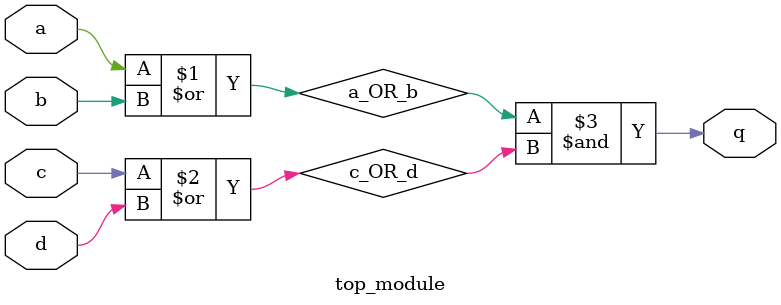
<source format=sv>
module top_module (
	input a, 
	input b, 
	input c, 
	input d,
	output q
);

wire a_OR_b;
wire c_OR_d;

assign a_OR_b = a | b;
assign c_OR_d = c | d;

assign q = a_OR_b & c_OR_d;

endmodule

</source>
